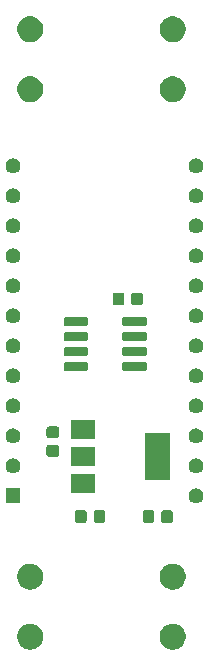
<source format=gbr>
G04 #@! TF.GenerationSoftware,KiCad,Pcbnew,5.1.4-e60b266~84~ubuntu18.04.1*
G04 #@! TF.CreationDate,2019-10-08T20:02:31-04:00*
G04 #@! TF.ProjectId,TSAL-driver,5453414c-2d64-4726-9976-65722e6b6963,rev?*
G04 #@! TF.SameCoordinates,Original*
G04 #@! TF.FileFunction,Soldermask,Top*
G04 #@! TF.FilePolarity,Negative*
%FSLAX46Y46*%
G04 Gerber Fmt 4.6, Leading zero omitted, Abs format (unit mm)*
G04 Created by KiCad (PCBNEW 5.1.4-e60b266~84~ubuntu18.04.1) date 2019-10-08 20:02:31*
%MOMM*%
%LPD*%
G04 APERTURE LIST*
%ADD10C,0.100000*%
G04 APERTURE END LIST*
D10*
G36*
X139914794Y-110680155D02*
G01*
X140021150Y-110701311D01*
X140121334Y-110742809D01*
X140221520Y-110784307D01*
X140401844Y-110904795D01*
X140555205Y-111058156D01*
X140675693Y-111238480D01*
X140758689Y-111438851D01*
X140801000Y-111651560D01*
X140801000Y-111868440D01*
X140758689Y-112081149D01*
X140675693Y-112281520D01*
X140555205Y-112461844D01*
X140401844Y-112615205D01*
X140221520Y-112735693D01*
X140121334Y-112777191D01*
X140021150Y-112818689D01*
X139914795Y-112839844D01*
X139808440Y-112861000D01*
X139591560Y-112861000D01*
X139485205Y-112839844D01*
X139378850Y-112818689D01*
X139278666Y-112777191D01*
X139178480Y-112735693D01*
X138998156Y-112615205D01*
X138844795Y-112461844D01*
X138724307Y-112281520D01*
X138641311Y-112081149D01*
X138599000Y-111868440D01*
X138599000Y-111651560D01*
X138641311Y-111438851D01*
X138724307Y-111238480D01*
X138844795Y-111058156D01*
X138998156Y-110904795D01*
X139178480Y-110784307D01*
X139278666Y-110742809D01*
X139378850Y-110701311D01*
X139485206Y-110680155D01*
X139591560Y-110659000D01*
X139808440Y-110659000D01*
X139914794Y-110680155D01*
X139914794Y-110680155D01*
G37*
G36*
X127849794Y-110680155D02*
G01*
X127956150Y-110701311D01*
X128056334Y-110742809D01*
X128156520Y-110784307D01*
X128336844Y-110904795D01*
X128490205Y-111058156D01*
X128610693Y-111238480D01*
X128693689Y-111438851D01*
X128736000Y-111651560D01*
X128736000Y-111868440D01*
X128693689Y-112081149D01*
X128610693Y-112281520D01*
X128490205Y-112461844D01*
X128336844Y-112615205D01*
X128156520Y-112735693D01*
X128056334Y-112777191D01*
X127956150Y-112818689D01*
X127849795Y-112839844D01*
X127743440Y-112861000D01*
X127526560Y-112861000D01*
X127420205Y-112839844D01*
X127313850Y-112818689D01*
X127213666Y-112777191D01*
X127113480Y-112735693D01*
X126933156Y-112615205D01*
X126779795Y-112461844D01*
X126659307Y-112281520D01*
X126576311Y-112081149D01*
X126534000Y-111868440D01*
X126534000Y-111651560D01*
X126576311Y-111438851D01*
X126659307Y-111238480D01*
X126779795Y-111058156D01*
X126933156Y-110904795D01*
X127113480Y-110784307D01*
X127213666Y-110742809D01*
X127313850Y-110701311D01*
X127420206Y-110680155D01*
X127526560Y-110659000D01*
X127743440Y-110659000D01*
X127849794Y-110680155D01*
X127849794Y-110680155D01*
G37*
G36*
X127849795Y-105600156D02*
G01*
X127956150Y-105621311D01*
X128056334Y-105662809D01*
X128156520Y-105704307D01*
X128336844Y-105824795D01*
X128490205Y-105978156D01*
X128610693Y-106158480D01*
X128693689Y-106358851D01*
X128736000Y-106571560D01*
X128736000Y-106788440D01*
X128693689Y-107001149D01*
X128610693Y-107201520D01*
X128490205Y-107381844D01*
X128336844Y-107535205D01*
X128156520Y-107655693D01*
X128056334Y-107697191D01*
X127956150Y-107738689D01*
X127849795Y-107759844D01*
X127743440Y-107781000D01*
X127526560Y-107781000D01*
X127420205Y-107759844D01*
X127313850Y-107738689D01*
X127113480Y-107655693D01*
X126933156Y-107535205D01*
X126779795Y-107381844D01*
X126659307Y-107201520D01*
X126576311Y-107001149D01*
X126534000Y-106788440D01*
X126534000Y-106571560D01*
X126576311Y-106358851D01*
X126659307Y-106158480D01*
X126779795Y-105978156D01*
X126933156Y-105824795D01*
X127113480Y-105704307D01*
X127313850Y-105621311D01*
X127420206Y-105600155D01*
X127526560Y-105579000D01*
X127743440Y-105579000D01*
X127849795Y-105600156D01*
X127849795Y-105600156D01*
G37*
G36*
X139914795Y-105600156D02*
G01*
X140021150Y-105621311D01*
X140121334Y-105662809D01*
X140221520Y-105704307D01*
X140401844Y-105824795D01*
X140555205Y-105978156D01*
X140675693Y-106158480D01*
X140758689Y-106358851D01*
X140801000Y-106571560D01*
X140801000Y-106788440D01*
X140758689Y-107001149D01*
X140675693Y-107201520D01*
X140555205Y-107381844D01*
X140401844Y-107535205D01*
X140221520Y-107655693D01*
X140121334Y-107697191D01*
X140021150Y-107738689D01*
X139914795Y-107759844D01*
X139808440Y-107781000D01*
X139591560Y-107781000D01*
X139485205Y-107759844D01*
X139378850Y-107738689D01*
X139178480Y-107655693D01*
X138998156Y-107535205D01*
X138844795Y-107381844D01*
X138724307Y-107201520D01*
X138641311Y-107001149D01*
X138599000Y-106788440D01*
X138599000Y-106571560D01*
X138641311Y-106358851D01*
X138724307Y-106158480D01*
X138844795Y-105978156D01*
X138998156Y-105824795D01*
X139178480Y-105704307D01*
X139378850Y-105621311D01*
X139485206Y-105600155D01*
X139591560Y-105579000D01*
X139808440Y-105579000D01*
X139914795Y-105600156D01*
X139914795Y-105600156D01*
G37*
G36*
X133844591Y-101078085D02*
G01*
X133878569Y-101088393D01*
X133909890Y-101105134D01*
X133937339Y-101127661D01*
X133959866Y-101155110D01*
X133976607Y-101186431D01*
X133986915Y-101220409D01*
X133991000Y-101261890D01*
X133991000Y-101938110D01*
X133986915Y-101979591D01*
X133976607Y-102013569D01*
X133959866Y-102044890D01*
X133937339Y-102072339D01*
X133909890Y-102094866D01*
X133878569Y-102111607D01*
X133844591Y-102121915D01*
X133803110Y-102126000D01*
X133201890Y-102126000D01*
X133160409Y-102121915D01*
X133126431Y-102111607D01*
X133095110Y-102094866D01*
X133067661Y-102072339D01*
X133045134Y-102044890D01*
X133028393Y-102013569D01*
X133018085Y-101979591D01*
X133014000Y-101938110D01*
X133014000Y-101261890D01*
X133018085Y-101220409D01*
X133028393Y-101186431D01*
X133045134Y-101155110D01*
X133067661Y-101127661D01*
X133095110Y-101105134D01*
X133126431Y-101088393D01*
X133160409Y-101078085D01*
X133201890Y-101074000D01*
X133803110Y-101074000D01*
X133844591Y-101078085D01*
X133844591Y-101078085D01*
G37*
G36*
X132269591Y-101078085D02*
G01*
X132303569Y-101088393D01*
X132334890Y-101105134D01*
X132362339Y-101127661D01*
X132384866Y-101155110D01*
X132401607Y-101186431D01*
X132411915Y-101220409D01*
X132416000Y-101261890D01*
X132416000Y-101938110D01*
X132411915Y-101979591D01*
X132401607Y-102013569D01*
X132384866Y-102044890D01*
X132362339Y-102072339D01*
X132334890Y-102094866D01*
X132303569Y-102111607D01*
X132269591Y-102121915D01*
X132228110Y-102126000D01*
X131626890Y-102126000D01*
X131585409Y-102121915D01*
X131551431Y-102111607D01*
X131520110Y-102094866D01*
X131492661Y-102072339D01*
X131470134Y-102044890D01*
X131453393Y-102013569D01*
X131443085Y-101979591D01*
X131439000Y-101938110D01*
X131439000Y-101261890D01*
X131443085Y-101220409D01*
X131453393Y-101186431D01*
X131470134Y-101155110D01*
X131492661Y-101127661D01*
X131520110Y-101105134D01*
X131551431Y-101088393D01*
X131585409Y-101078085D01*
X131626890Y-101074000D01*
X132228110Y-101074000D01*
X132269591Y-101078085D01*
X132269591Y-101078085D01*
G37*
G36*
X137984591Y-101078085D02*
G01*
X138018569Y-101088393D01*
X138049890Y-101105134D01*
X138077339Y-101127661D01*
X138099866Y-101155110D01*
X138116607Y-101186431D01*
X138126915Y-101220409D01*
X138131000Y-101261890D01*
X138131000Y-101938110D01*
X138126915Y-101979591D01*
X138116607Y-102013569D01*
X138099866Y-102044890D01*
X138077339Y-102072339D01*
X138049890Y-102094866D01*
X138018569Y-102111607D01*
X137984591Y-102121915D01*
X137943110Y-102126000D01*
X137341890Y-102126000D01*
X137300409Y-102121915D01*
X137266431Y-102111607D01*
X137235110Y-102094866D01*
X137207661Y-102072339D01*
X137185134Y-102044890D01*
X137168393Y-102013569D01*
X137158085Y-101979591D01*
X137154000Y-101938110D01*
X137154000Y-101261890D01*
X137158085Y-101220409D01*
X137168393Y-101186431D01*
X137185134Y-101155110D01*
X137207661Y-101127661D01*
X137235110Y-101105134D01*
X137266431Y-101088393D01*
X137300409Y-101078085D01*
X137341890Y-101074000D01*
X137943110Y-101074000D01*
X137984591Y-101078085D01*
X137984591Y-101078085D01*
G37*
G36*
X139559591Y-101078085D02*
G01*
X139593569Y-101088393D01*
X139624890Y-101105134D01*
X139652339Y-101127661D01*
X139674866Y-101155110D01*
X139691607Y-101186431D01*
X139701915Y-101220409D01*
X139706000Y-101261890D01*
X139706000Y-101938110D01*
X139701915Y-101979591D01*
X139691607Y-102013569D01*
X139674866Y-102044890D01*
X139652339Y-102072339D01*
X139624890Y-102094866D01*
X139593569Y-102111607D01*
X139559591Y-102121915D01*
X139518110Y-102126000D01*
X138916890Y-102126000D01*
X138875409Y-102121915D01*
X138841431Y-102111607D01*
X138810110Y-102094866D01*
X138782661Y-102072339D01*
X138760134Y-102044890D01*
X138743393Y-102013569D01*
X138733085Y-101979591D01*
X138729000Y-101938110D01*
X138729000Y-101261890D01*
X138733085Y-101220409D01*
X138743393Y-101186431D01*
X138760134Y-101155110D01*
X138782661Y-101127661D01*
X138810110Y-101105134D01*
X138841431Y-101088393D01*
X138875409Y-101078085D01*
X138916890Y-101074000D01*
X139518110Y-101074000D01*
X139559591Y-101078085D01*
X139559591Y-101078085D01*
G37*
G36*
X141853598Y-99243057D02*
G01*
X141967522Y-99290246D01*
X141967523Y-99290247D01*
X142070053Y-99358755D01*
X142157247Y-99445949D01*
X142157248Y-99445951D01*
X142225756Y-99548480D01*
X142272945Y-99662404D01*
X142297001Y-99783344D01*
X142297001Y-99906658D01*
X142272945Y-100027598D01*
X142225756Y-100141522D01*
X142225755Y-100141523D01*
X142157247Y-100244053D01*
X142070053Y-100331247D01*
X142018439Y-100365734D01*
X141967522Y-100399756D01*
X141853598Y-100446945D01*
X141732658Y-100471001D01*
X141609344Y-100471001D01*
X141488404Y-100446945D01*
X141374480Y-100399756D01*
X141323563Y-100365734D01*
X141271949Y-100331247D01*
X141184755Y-100244053D01*
X141116247Y-100141523D01*
X141116246Y-100141522D01*
X141069057Y-100027598D01*
X141045001Y-99906658D01*
X141045001Y-99783344D01*
X141069057Y-99662404D01*
X141116246Y-99548480D01*
X141184754Y-99445951D01*
X141184755Y-99445949D01*
X141271949Y-99358755D01*
X141374479Y-99290247D01*
X141374480Y-99290246D01*
X141488404Y-99243057D01*
X141609344Y-99219001D01*
X141732658Y-99219001D01*
X141853598Y-99243057D01*
X141853598Y-99243057D01*
G37*
G36*
X126802001Y-100471001D02*
G01*
X125550001Y-100471001D01*
X125550001Y-99219001D01*
X126802001Y-99219001D01*
X126802001Y-100471001D01*
X126802001Y-100471001D01*
G37*
G36*
X133156000Y-99621000D02*
G01*
X131054000Y-99621000D01*
X131054000Y-98019000D01*
X133156000Y-98019000D01*
X133156000Y-99621000D01*
X133156000Y-99621000D01*
G37*
G36*
X139456000Y-98471000D02*
G01*
X137354000Y-98471000D01*
X137354000Y-94569000D01*
X139456000Y-94569000D01*
X139456000Y-98471000D01*
X139456000Y-98471000D01*
G37*
G36*
X126358598Y-96703057D02*
G01*
X126472522Y-96750246D01*
X126472523Y-96750247D01*
X126575053Y-96818755D01*
X126662247Y-96905949D01*
X126662248Y-96905951D01*
X126730756Y-97008480D01*
X126777945Y-97122404D01*
X126802001Y-97243344D01*
X126802001Y-97366658D01*
X126777945Y-97487598D01*
X126730756Y-97601522D01*
X126730755Y-97601523D01*
X126662247Y-97704053D01*
X126575053Y-97791247D01*
X126523439Y-97825734D01*
X126472522Y-97859756D01*
X126358598Y-97906945D01*
X126237658Y-97931001D01*
X126114344Y-97931001D01*
X125993404Y-97906945D01*
X125879480Y-97859756D01*
X125828563Y-97825734D01*
X125776949Y-97791247D01*
X125689755Y-97704053D01*
X125621247Y-97601523D01*
X125621246Y-97601522D01*
X125574057Y-97487598D01*
X125550001Y-97366658D01*
X125550001Y-97243344D01*
X125574057Y-97122404D01*
X125621246Y-97008480D01*
X125689754Y-96905951D01*
X125689755Y-96905949D01*
X125776949Y-96818755D01*
X125879479Y-96750247D01*
X125879480Y-96750246D01*
X125993404Y-96703057D01*
X126114344Y-96679001D01*
X126237658Y-96679001D01*
X126358598Y-96703057D01*
X126358598Y-96703057D01*
G37*
G36*
X141853598Y-96703057D02*
G01*
X141967522Y-96750246D01*
X141967523Y-96750247D01*
X142070053Y-96818755D01*
X142157247Y-96905949D01*
X142157248Y-96905951D01*
X142225756Y-97008480D01*
X142272945Y-97122404D01*
X142297001Y-97243344D01*
X142297001Y-97366658D01*
X142272945Y-97487598D01*
X142225756Y-97601522D01*
X142225755Y-97601523D01*
X142157247Y-97704053D01*
X142070053Y-97791247D01*
X142018439Y-97825734D01*
X141967522Y-97859756D01*
X141853598Y-97906945D01*
X141732658Y-97931001D01*
X141609344Y-97931001D01*
X141488404Y-97906945D01*
X141374480Y-97859756D01*
X141323563Y-97825734D01*
X141271949Y-97791247D01*
X141184755Y-97704053D01*
X141116247Y-97601523D01*
X141116246Y-97601522D01*
X141069057Y-97487598D01*
X141045001Y-97366658D01*
X141045001Y-97243344D01*
X141069057Y-97122404D01*
X141116246Y-97008480D01*
X141184754Y-96905951D01*
X141184755Y-96905949D01*
X141271949Y-96818755D01*
X141374479Y-96750247D01*
X141374480Y-96750246D01*
X141488404Y-96703057D01*
X141609344Y-96679001D01*
X141732658Y-96679001D01*
X141853598Y-96703057D01*
X141853598Y-96703057D01*
G37*
G36*
X133156000Y-97321000D02*
G01*
X131054000Y-97321000D01*
X131054000Y-95719000D01*
X133156000Y-95719000D01*
X133156000Y-97321000D01*
X133156000Y-97321000D01*
G37*
G36*
X129919591Y-95553085D02*
G01*
X129953569Y-95563393D01*
X129984890Y-95580134D01*
X130012339Y-95602661D01*
X130034866Y-95630110D01*
X130051607Y-95661431D01*
X130061915Y-95695409D01*
X130066000Y-95736890D01*
X130066000Y-96338110D01*
X130061915Y-96379591D01*
X130051607Y-96413569D01*
X130034866Y-96444890D01*
X130012339Y-96472339D01*
X129984890Y-96494866D01*
X129953569Y-96511607D01*
X129919591Y-96521915D01*
X129878110Y-96526000D01*
X129201890Y-96526000D01*
X129160409Y-96521915D01*
X129126431Y-96511607D01*
X129095110Y-96494866D01*
X129067661Y-96472339D01*
X129045134Y-96444890D01*
X129028393Y-96413569D01*
X129018085Y-96379591D01*
X129014000Y-96338110D01*
X129014000Y-95736890D01*
X129018085Y-95695409D01*
X129028393Y-95661431D01*
X129045134Y-95630110D01*
X129067661Y-95602661D01*
X129095110Y-95580134D01*
X129126431Y-95563393D01*
X129160409Y-95553085D01*
X129201890Y-95549000D01*
X129878110Y-95549000D01*
X129919591Y-95553085D01*
X129919591Y-95553085D01*
G37*
G36*
X126358598Y-94163057D02*
G01*
X126472522Y-94210246D01*
X126523439Y-94244268D01*
X126575053Y-94278755D01*
X126662247Y-94365949D01*
X126662248Y-94365951D01*
X126730756Y-94468480D01*
X126777945Y-94582404D01*
X126802001Y-94703344D01*
X126802001Y-94826658D01*
X126777945Y-94947598D01*
X126730756Y-95061522D01*
X126730755Y-95061523D01*
X126662247Y-95164053D01*
X126575053Y-95251247D01*
X126523439Y-95285734D01*
X126472522Y-95319756D01*
X126358598Y-95366945D01*
X126237658Y-95391001D01*
X126114344Y-95391001D01*
X125993404Y-95366945D01*
X125879480Y-95319756D01*
X125828563Y-95285734D01*
X125776949Y-95251247D01*
X125689755Y-95164053D01*
X125621247Y-95061523D01*
X125621246Y-95061522D01*
X125574057Y-94947598D01*
X125550001Y-94826658D01*
X125550001Y-94703344D01*
X125574057Y-94582404D01*
X125621246Y-94468480D01*
X125689754Y-94365951D01*
X125689755Y-94365949D01*
X125776949Y-94278755D01*
X125828563Y-94244268D01*
X125879480Y-94210246D01*
X125993404Y-94163057D01*
X126114344Y-94139001D01*
X126237658Y-94139001D01*
X126358598Y-94163057D01*
X126358598Y-94163057D01*
G37*
G36*
X141853598Y-94163057D02*
G01*
X141967522Y-94210246D01*
X142018439Y-94244268D01*
X142070053Y-94278755D01*
X142157247Y-94365949D01*
X142157248Y-94365951D01*
X142225756Y-94468480D01*
X142272945Y-94582404D01*
X142297001Y-94703344D01*
X142297001Y-94826658D01*
X142272945Y-94947598D01*
X142225756Y-95061522D01*
X142225755Y-95061523D01*
X142157247Y-95164053D01*
X142070053Y-95251247D01*
X142018439Y-95285734D01*
X141967522Y-95319756D01*
X141853598Y-95366945D01*
X141732658Y-95391001D01*
X141609344Y-95391001D01*
X141488404Y-95366945D01*
X141374480Y-95319756D01*
X141323563Y-95285734D01*
X141271949Y-95251247D01*
X141184755Y-95164053D01*
X141116247Y-95061523D01*
X141116246Y-95061522D01*
X141069057Y-94947598D01*
X141045001Y-94826658D01*
X141045001Y-94703344D01*
X141069057Y-94582404D01*
X141116246Y-94468480D01*
X141184754Y-94365951D01*
X141184755Y-94365949D01*
X141271949Y-94278755D01*
X141323563Y-94244268D01*
X141374480Y-94210246D01*
X141488404Y-94163057D01*
X141609344Y-94139001D01*
X141732658Y-94139001D01*
X141853598Y-94163057D01*
X141853598Y-94163057D01*
G37*
G36*
X133156000Y-95021000D02*
G01*
X131054000Y-95021000D01*
X131054000Y-93419000D01*
X133156000Y-93419000D01*
X133156000Y-95021000D01*
X133156000Y-95021000D01*
G37*
G36*
X129919591Y-93978085D02*
G01*
X129953569Y-93988393D01*
X129984890Y-94005134D01*
X130012339Y-94027661D01*
X130034866Y-94055110D01*
X130051607Y-94086431D01*
X130061915Y-94120409D01*
X130066000Y-94161890D01*
X130066000Y-94763110D01*
X130061915Y-94804591D01*
X130051607Y-94838569D01*
X130034866Y-94869890D01*
X130012339Y-94897339D01*
X129984890Y-94919866D01*
X129953569Y-94936607D01*
X129919591Y-94946915D01*
X129878110Y-94951000D01*
X129201890Y-94951000D01*
X129160409Y-94946915D01*
X129126431Y-94936607D01*
X129095110Y-94919866D01*
X129067661Y-94897339D01*
X129045134Y-94869890D01*
X129028393Y-94838569D01*
X129018085Y-94804591D01*
X129014000Y-94763110D01*
X129014000Y-94161890D01*
X129018085Y-94120409D01*
X129028393Y-94086431D01*
X129045134Y-94055110D01*
X129067661Y-94027661D01*
X129095110Y-94005134D01*
X129126431Y-93988393D01*
X129160409Y-93978085D01*
X129201890Y-93974000D01*
X129878110Y-93974000D01*
X129919591Y-93978085D01*
X129919591Y-93978085D01*
G37*
G36*
X126358598Y-91623057D02*
G01*
X126472522Y-91670246D01*
X126472523Y-91670247D01*
X126575053Y-91738755D01*
X126662247Y-91825949D01*
X126662248Y-91825951D01*
X126730756Y-91928480D01*
X126777945Y-92042404D01*
X126802001Y-92163344D01*
X126802001Y-92286658D01*
X126777945Y-92407598D01*
X126730756Y-92521522D01*
X126730755Y-92521523D01*
X126662247Y-92624053D01*
X126575053Y-92711247D01*
X126523439Y-92745734D01*
X126472522Y-92779756D01*
X126358598Y-92826945D01*
X126237658Y-92851001D01*
X126114344Y-92851001D01*
X125993404Y-92826945D01*
X125879480Y-92779756D01*
X125828563Y-92745734D01*
X125776949Y-92711247D01*
X125689755Y-92624053D01*
X125621247Y-92521523D01*
X125621246Y-92521522D01*
X125574057Y-92407598D01*
X125550001Y-92286658D01*
X125550001Y-92163344D01*
X125574057Y-92042404D01*
X125621246Y-91928480D01*
X125689754Y-91825951D01*
X125689755Y-91825949D01*
X125776949Y-91738755D01*
X125879479Y-91670247D01*
X125879480Y-91670246D01*
X125993404Y-91623057D01*
X126114344Y-91599001D01*
X126237658Y-91599001D01*
X126358598Y-91623057D01*
X126358598Y-91623057D01*
G37*
G36*
X141853598Y-91623057D02*
G01*
X141967522Y-91670246D01*
X141967523Y-91670247D01*
X142070053Y-91738755D01*
X142157247Y-91825949D01*
X142157248Y-91825951D01*
X142225756Y-91928480D01*
X142272945Y-92042404D01*
X142297001Y-92163344D01*
X142297001Y-92286658D01*
X142272945Y-92407598D01*
X142225756Y-92521522D01*
X142225755Y-92521523D01*
X142157247Y-92624053D01*
X142070053Y-92711247D01*
X142018439Y-92745734D01*
X141967522Y-92779756D01*
X141853598Y-92826945D01*
X141732658Y-92851001D01*
X141609344Y-92851001D01*
X141488404Y-92826945D01*
X141374480Y-92779756D01*
X141323563Y-92745734D01*
X141271949Y-92711247D01*
X141184755Y-92624053D01*
X141116247Y-92521523D01*
X141116246Y-92521522D01*
X141069057Y-92407598D01*
X141045001Y-92286658D01*
X141045001Y-92163344D01*
X141069057Y-92042404D01*
X141116246Y-91928480D01*
X141184754Y-91825951D01*
X141184755Y-91825949D01*
X141271949Y-91738755D01*
X141374479Y-91670247D01*
X141374480Y-91670246D01*
X141488404Y-91623057D01*
X141609344Y-91599001D01*
X141732658Y-91599001D01*
X141853598Y-91623057D01*
X141853598Y-91623057D01*
G37*
G36*
X141853598Y-89083057D02*
G01*
X141967522Y-89130246D01*
X141986102Y-89142661D01*
X142070053Y-89198755D01*
X142157247Y-89285949D01*
X142157248Y-89285951D01*
X142225756Y-89388480D01*
X142272945Y-89502404D01*
X142297001Y-89623344D01*
X142297001Y-89746658D01*
X142272945Y-89867598D01*
X142225756Y-89981522D01*
X142225755Y-89981523D01*
X142157247Y-90084053D01*
X142070053Y-90171247D01*
X142018439Y-90205734D01*
X141967522Y-90239756D01*
X141853598Y-90286945D01*
X141732658Y-90311001D01*
X141609344Y-90311001D01*
X141488404Y-90286945D01*
X141374480Y-90239756D01*
X141323563Y-90205734D01*
X141271949Y-90171247D01*
X141184755Y-90084053D01*
X141116247Y-89981523D01*
X141116246Y-89981522D01*
X141069057Y-89867598D01*
X141045001Y-89746658D01*
X141045001Y-89623344D01*
X141069057Y-89502404D01*
X141116246Y-89388480D01*
X141184754Y-89285951D01*
X141184755Y-89285949D01*
X141271949Y-89198755D01*
X141355900Y-89142661D01*
X141374480Y-89130246D01*
X141488404Y-89083057D01*
X141609344Y-89059001D01*
X141732658Y-89059001D01*
X141853598Y-89083057D01*
X141853598Y-89083057D01*
G37*
G36*
X126358598Y-89083057D02*
G01*
X126472522Y-89130246D01*
X126491102Y-89142661D01*
X126575053Y-89198755D01*
X126662247Y-89285949D01*
X126662248Y-89285951D01*
X126730756Y-89388480D01*
X126777945Y-89502404D01*
X126802001Y-89623344D01*
X126802001Y-89746658D01*
X126777945Y-89867598D01*
X126730756Y-89981522D01*
X126730755Y-89981523D01*
X126662247Y-90084053D01*
X126575053Y-90171247D01*
X126523439Y-90205734D01*
X126472522Y-90239756D01*
X126358598Y-90286945D01*
X126237658Y-90311001D01*
X126114344Y-90311001D01*
X125993404Y-90286945D01*
X125879480Y-90239756D01*
X125828563Y-90205734D01*
X125776949Y-90171247D01*
X125689755Y-90084053D01*
X125621247Y-89981523D01*
X125621246Y-89981522D01*
X125574057Y-89867598D01*
X125550001Y-89746658D01*
X125550001Y-89623344D01*
X125574057Y-89502404D01*
X125621246Y-89388480D01*
X125689754Y-89285951D01*
X125689755Y-89285949D01*
X125776949Y-89198755D01*
X125860900Y-89142661D01*
X125879480Y-89130246D01*
X125993404Y-89083057D01*
X126114344Y-89059001D01*
X126237658Y-89059001D01*
X126358598Y-89083057D01*
X126358598Y-89083057D01*
G37*
G36*
X132444928Y-88551764D02*
G01*
X132466009Y-88558160D01*
X132485445Y-88568548D01*
X132502476Y-88582524D01*
X132516452Y-88599555D01*
X132526840Y-88618991D01*
X132533236Y-88640072D01*
X132536000Y-88668140D01*
X132536000Y-89131860D01*
X132533236Y-89159928D01*
X132526840Y-89181009D01*
X132516452Y-89200445D01*
X132502476Y-89217476D01*
X132485445Y-89231452D01*
X132466009Y-89241840D01*
X132444928Y-89248236D01*
X132416860Y-89251000D01*
X130603140Y-89251000D01*
X130575072Y-89248236D01*
X130553991Y-89241840D01*
X130534555Y-89231452D01*
X130517524Y-89217476D01*
X130503548Y-89200445D01*
X130493160Y-89181009D01*
X130486764Y-89159928D01*
X130484000Y-89131860D01*
X130484000Y-88668140D01*
X130486764Y-88640072D01*
X130493160Y-88618991D01*
X130503548Y-88599555D01*
X130517524Y-88582524D01*
X130534555Y-88568548D01*
X130553991Y-88558160D01*
X130575072Y-88551764D01*
X130603140Y-88549000D01*
X132416860Y-88549000D01*
X132444928Y-88551764D01*
X132444928Y-88551764D01*
G37*
G36*
X137394928Y-88551764D02*
G01*
X137416009Y-88558160D01*
X137435445Y-88568548D01*
X137452476Y-88582524D01*
X137466452Y-88599555D01*
X137476840Y-88618991D01*
X137483236Y-88640072D01*
X137486000Y-88668140D01*
X137486000Y-89131860D01*
X137483236Y-89159928D01*
X137476840Y-89181009D01*
X137466452Y-89200445D01*
X137452476Y-89217476D01*
X137435445Y-89231452D01*
X137416009Y-89241840D01*
X137394928Y-89248236D01*
X137366860Y-89251000D01*
X135553140Y-89251000D01*
X135525072Y-89248236D01*
X135503991Y-89241840D01*
X135484555Y-89231452D01*
X135467524Y-89217476D01*
X135453548Y-89200445D01*
X135443160Y-89181009D01*
X135436764Y-89159928D01*
X135434000Y-89131860D01*
X135434000Y-88668140D01*
X135436764Y-88640072D01*
X135443160Y-88618991D01*
X135453548Y-88599555D01*
X135467524Y-88582524D01*
X135484555Y-88568548D01*
X135503991Y-88558160D01*
X135525072Y-88551764D01*
X135553140Y-88549000D01*
X137366860Y-88549000D01*
X137394928Y-88551764D01*
X137394928Y-88551764D01*
G37*
G36*
X132444928Y-87281764D02*
G01*
X132466009Y-87288160D01*
X132485445Y-87298548D01*
X132502476Y-87312524D01*
X132516452Y-87329555D01*
X132526840Y-87348991D01*
X132533236Y-87370072D01*
X132536000Y-87398140D01*
X132536000Y-87861860D01*
X132533236Y-87889928D01*
X132526840Y-87911009D01*
X132516452Y-87930445D01*
X132502476Y-87947476D01*
X132485445Y-87961452D01*
X132466009Y-87971840D01*
X132444928Y-87978236D01*
X132416860Y-87981000D01*
X130603140Y-87981000D01*
X130575072Y-87978236D01*
X130553991Y-87971840D01*
X130534555Y-87961452D01*
X130517524Y-87947476D01*
X130503548Y-87930445D01*
X130493160Y-87911009D01*
X130486764Y-87889928D01*
X130484000Y-87861860D01*
X130484000Y-87398140D01*
X130486764Y-87370072D01*
X130493160Y-87348991D01*
X130503548Y-87329555D01*
X130517524Y-87312524D01*
X130534555Y-87298548D01*
X130553991Y-87288160D01*
X130575072Y-87281764D01*
X130603140Y-87279000D01*
X132416860Y-87279000D01*
X132444928Y-87281764D01*
X132444928Y-87281764D01*
G37*
G36*
X137394928Y-87281764D02*
G01*
X137416009Y-87288160D01*
X137435445Y-87298548D01*
X137452476Y-87312524D01*
X137466452Y-87329555D01*
X137476840Y-87348991D01*
X137483236Y-87370072D01*
X137486000Y-87398140D01*
X137486000Y-87861860D01*
X137483236Y-87889928D01*
X137476840Y-87911009D01*
X137466452Y-87930445D01*
X137452476Y-87947476D01*
X137435445Y-87961452D01*
X137416009Y-87971840D01*
X137394928Y-87978236D01*
X137366860Y-87981000D01*
X135553140Y-87981000D01*
X135525072Y-87978236D01*
X135503991Y-87971840D01*
X135484555Y-87961452D01*
X135467524Y-87947476D01*
X135453548Y-87930445D01*
X135443160Y-87911009D01*
X135436764Y-87889928D01*
X135434000Y-87861860D01*
X135434000Y-87398140D01*
X135436764Y-87370072D01*
X135443160Y-87348991D01*
X135453548Y-87329555D01*
X135467524Y-87312524D01*
X135484555Y-87298548D01*
X135503991Y-87288160D01*
X135525072Y-87281764D01*
X135553140Y-87279000D01*
X137366860Y-87279000D01*
X137394928Y-87281764D01*
X137394928Y-87281764D01*
G37*
G36*
X126358598Y-86543057D02*
G01*
X126472522Y-86590246D01*
X126491102Y-86602661D01*
X126575053Y-86658755D01*
X126662247Y-86745949D01*
X126662248Y-86745951D01*
X126730756Y-86848480D01*
X126777945Y-86962404D01*
X126802001Y-87083344D01*
X126802001Y-87206658D01*
X126777945Y-87327598D01*
X126730756Y-87441522D01*
X126730755Y-87441523D01*
X126662247Y-87544053D01*
X126575053Y-87631247D01*
X126523439Y-87665734D01*
X126472522Y-87699756D01*
X126358598Y-87746945D01*
X126237658Y-87771001D01*
X126114344Y-87771001D01*
X125993404Y-87746945D01*
X125879480Y-87699756D01*
X125828563Y-87665734D01*
X125776949Y-87631247D01*
X125689755Y-87544053D01*
X125621247Y-87441523D01*
X125621246Y-87441522D01*
X125574057Y-87327598D01*
X125550001Y-87206658D01*
X125550001Y-87083344D01*
X125574057Y-86962404D01*
X125621246Y-86848480D01*
X125689754Y-86745951D01*
X125689755Y-86745949D01*
X125776949Y-86658755D01*
X125860900Y-86602661D01*
X125879480Y-86590246D01*
X125993404Y-86543057D01*
X126114344Y-86519001D01*
X126237658Y-86519001D01*
X126358598Y-86543057D01*
X126358598Y-86543057D01*
G37*
G36*
X141853598Y-86543057D02*
G01*
X141967522Y-86590246D01*
X141986102Y-86602661D01*
X142070053Y-86658755D01*
X142157247Y-86745949D01*
X142157248Y-86745951D01*
X142225756Y-86848480D01*
X142272945Y-86962404D01*
X142297001Y-87083344D01*
X142297001Y-87206658D01*
X142272945Y-87327598D01*
X142225756Y-87441522D01*
X142225755Y-87441523D01*
X142157247Y-87544053D01*
X142070053Y-87631247D01*
X142018439Y-87665734D01*
X141967522Y-87699756D01*
X141853598Y-87746945D01*
X141732658Y-87771001D01*
X141609344Y-87771001D01*
X141488404Y-87746945D01*
X141374480Y-87699756D01*
X141323563Y-87665734D01*
X141271949Y-87631247D01*
X141184755Y-87544053D01*
X141116247Y-87441523D01*
X141116246Y-87441522D01*
X141069057Y-87327598D01*
X141045001Y-87206658D01*
X141045001Y-87083344D01*
X141069057Y-86962404D01*
X141116246Y-86848480D01*
X141184754Y-86745951D01*
X141184755Y-86745949D01*
X141271949Y-86658755D01*
X141355900Y-86602661D01*
X141374480Y-86590246D01*
X141488404Y-86543057D01*
X141609344Y-86519001D01*
X141732658Y-86519001D01*
X141853598Y-86543057D01*
X141853598Y-86543057D01*
G37*
G36*
X132444928Y-86011764D02*
G01*
X132466009Y-86018160D01*
X132485445Y-86028548D01*
X132502476Y-86042524D01*
X132516452Y-86059555D01*
X132526840Y-86078991D01*
X132533236Y-86100072D01*
X132536000Y-86128140D01*
X132536000Y-86591860D01*
X132533236Y-86619928D01*
X132526840Y-86641009D01*
X132516452Y-86660445D01*
X132502476Y-86677476D01*
X132485445Y-86691452D01*
X132466009Y-86701840D01*
X132444928Y-86708236D01*
X132416860Y-86711000D01*
X130603140Y-86711000D01*
X130575072Y-86708236D01*
X130553991Y-86701840D01*
X130534555Y-86691452D01*
X130517524Y-86677476D01*
X130503548Y-86660445D01*
X130493160Y-86641009D01*
X130486764Y-86619928D01*
X130484000Y-86591860D01*
X130484000Y-86128140D01*
X130486764Y-86100072D01*
X130493160Y-86078991D01*
X130503548Y-86059555D01*
X130517524Y-86042524D01*
X130534555Y-86028548D01*
X130553991Y-86018160D01*
X130575072Y-86011764D01*
X130603140Y-86009000D01*
X132416860Y-86009000D01*
X132444928Y-86011764D01*
X132444928Y-86011764D01*
G37*
G36*
X137394928Y-86011764D02*
G01*
X137416009Y-86018160D01*
X137435445Y-86028548D01*
X137452476Y-86042524D01*
X137466452Y-86059555D01*
X137476840Y-86078991D01*
X137483236Y-86100072D01*
X137486000Y-86128140D01*
X137486000Y-86591860D01*
X137483236Y-86619928D01*
X137476840Y-86641009D01*
X137466452Y-86660445D01*
X137452476Y-86677476D01*
X137435445Y-86691452D01*
X137416009Y-86701840D01*
X137394928Y-86708236D01*
X137366860Y-86711000D01*
X135553140Y-86711000D01*
X135525072Y-86708236D01*
X135503991Y-86701840D01*
X135484555Y-86691452D01*
X135467524Y-86677476D01*
X135453548Y-86660445D01*
X135443160Y-86641009D01*
X135436764Y-86619928D01*
X135434000Y-86591860D01*
X135434000Y-86128140D01*
X135436764Y-86100072D01*
X135443160Y-86078991D01*
X135453548Y-86059555D01*
X135467524Y-86042524D01*
X135484555Y-86028548D01*
X135503991Y-86018160D01*
X135525072Y-86011764D01*
X135553140Y-86009000D01*
X137366860Y-86009000D01*
X137394928Y-86011764D01*
X137394928Y-86011764D01*
G37*
G36*
X137394928Y-84741764D02*
G01*
X137416009Y-84748160D01*
X137435445Y-84758548D01*
X137452476Y-84772524D01*
X137466452Y-84789555D01*
X137476840Y-84808991D01*
X137483236Y-84830072D01*
X137486000Y-84858140D01*
X137486000Y-85321860D01*
X137483236Y-85349928D01*
X137476840Y-85371009D01*
X137466452Y-85390445D01*
X137452476Y-85407476D01*
X137435445Y-85421452D01*
X137416009Y-85431840D01*
X137394928Y-85438236D01*
X137366860Y-85441000D01*
X135553140Y-85441000D01*
X135525072Y-85438236D01*
X135503991Y-85431840D01*
X135484555Y-85421452D01*
X135467524Y-85407476D01*
X135453548Y-85390445D01*
X135443160Y-85371009D01*
X135436764Y-85349928D01*
X135434000Y-85321860D01*
X135434000Y-84858140D01*
X135436764Y-84830072D01*
X135443160Y-84808991D01*
X135453548Y-84789555D01*
X135467524Y-84772524D01*
X135484555Y-84758548D01*
X135503991Y-84748160D01*
X135525072Y-84741764D01*
X135553140Y-84739000D01*
X137366860Y-84739000D01*
X137394928Y-84741764D01*
X137394928Y-84741764D01*
G37*
G36*
X132444928Y-84741764D02*
G01*
X132466009Y-84748160D01*
X132485445Y-84758548D01*
X132502476Y-84772524D01*
X132516452Y-84789555D01*
X132526840Y-84808991D01*
X132533236Y-84830072D01*
X132536000Y-84858140D01*
X132536000Y-85321860D01*
X132533236Y-85349928D01*
X132526840Y-85371009D01*
X132516452Y-85390445D01*
X132502476Y-85407476D01*
X132485445Y-85421452D01*
X132466009Y-85431840D01*
X132444928Y-85438236D01*
X132416860Y-85441000D01*
X130603140Y-85441000D01*
X130575072Y-85438236D01*
X130553991Y-85431840D01*
X130534555Y-85421452D01*
X130517524Y-85407476D01*
X130503548Y-85390445D01*
X130493160Y-85371009D01*
X130486764Y-85349928D01*
X130484000Y-85321860D01*
X130484000Y-84858140D01*
X130486764Y-84830072D01*
X130493160Y-84808991D01*
X130503548Y-84789555D01*
X130517524Y-84772524D01*
X130534555Y-84758548D01*
X130553991Y-84748160D01*
X130575072Y-84741764D01*
X130603140Y-84739000D01*
X132416860Y-84739000D01*
X132444928Y-84741764D01*
X132444928Y-84741764D01*
G37*
G36*
X141853598Y-84003057D02*
G01*
X141967522Y-84050246D01*
X141967523Y-84050247D01*
X142070053Y-84118755D01*
X142157247Y-84205949D01*
X142157248Y-84205951D01*
X142225756Y-84308480D01*
X142272945Y-84422404D01*
X142297001Y-84543344D01*
X142297001Y-84666658D01*
X142272945Y-84787598D01*
X142225756Y-84901522D01*
X142225755Y-84901523D01*
X142157247Y-85004053D01*
X142070053Y-85091247D01*
X142018439Y-85125734D01*
X141967522Y-85159756D01*
X141853598Y-85206945D01*
X141732658Y-85231001D01*
X141609344Y-85231001D01*
X141488404Y-85206945D01*
X141374480Y-85159756D01*
X141323563Y-85125734D01*
X141271949Y-85091247D01*
X141184755Y-85004053D01*
X141116247Y-84901523D01*
X141116246Y-84901522D01*
X141069057Y-84787598D01*
X141045001Y-84666658D01*
X141045001Y-84543344D01*
X141069057Y-84422404D01*
X141116246Y-84308480D01*
X141184754Y-84205951D01*
X141184755Y-84205949D01*
X141271949Y-84118755D01*
X141374479Y-84050247D01*
X141374480Y-84050246D01*
X141488404Y-84003057D01*
X141609344Y-83979001D01*
X141732658Y-83979001D01*
X141853598Y-84003057D01*
X141853598Y-84003057D01*
G37*
G36*
X126358598Y-84003057D02*
G01*
X126472522Y-84050246D01*
X126472523Y-84050247D01*
X126575053Y-84118755D01*
X126662247Y-84205949D01*
X126662248Y-84205951D01*
X126730756Y-84308480D01*
X126777945Y-84422404D01*
X126802001Y-84543344D01*
X126802001Y-84666658D01*
X126777945Y-84787598D01*
X126730756Y-84901522D01*
X126730755Y-84901523D01*
X126662247Y-85004053D01*
X126575053Y-85091247D01*
X126523439Y-85125734D01*
X126472522Y-85159756D01*
X126358598Y-85206945D01*
X126237658Y-85231001D01*
X126114344Y-85231001D01*
X125993404Y-85206945D01*
X125879480Y-85159756D01*
X125828563Y-85125734D01*
X125776949Y-85091247D01*
X125689755Y-85004053D01*
X125621247Y-84901523D01*
X125621246Y-84901522D01*
X125574057Y-84787598D01*
X125550001Y-84666658D01*
X125550001Y-84543344D01*
X125574057Y-84422404D01*
X125621246Y-84308480D01*
X125689754Y-84205951D01*
X125689755Y-84205949D01*
X125776949Y-84118755D01*
X125879479Y-84050247D01*
X125879480Y-84050246D01*
X125993404Y-84003057D01*
X126114344Y-83979001D01*
X126237658Y-83979001D01*
X126358598Y-84003057D01*
X126358598Y-84003057D01*
G37*
G36*
X137019591Y-82663085D02*
G01*
X137053569Y-82673393D01*
X137084890Y-82690134D01*
X137112339Y-82712661D01*
X137134866Y-82740110D01*
X137151607Y-82771431D01*
X137161915Y-82805409D01*
X137166000Y-82846890D01*
X137166000Y-83523110D01*
X137161915Y-83564591D01*
X137151607Y-83598569D01*
X137134866Y-83629890D01*
X137112339Y-83657339D01*
X137084890Y-83679866D01*
X137053569Y-83696607D01*
X137019591Y-83706915D01*
X136978110Y-83711000D01*
X136376890Y-83711000D01*
X136335409Y-83706915D01*
X136301431Y-83696607D01*
X136270110Y-83679866D01*
X136242661Y-83657339D01*
X136220134Y-83629890D01*
X136203393Y-83598569D01*
X136193085Y-83564591D01*
X136189000Y-83523110D01*
X136189000Y-82846890D01*
X136193085Y-82805409D01*
X136203393Y-82771431D01*
X136220134Y-82740110D01*
X136242661Y-82712661D01*
X136270110Y-82690134D01*
X136301431Y-82673393D01*
X136335409Y-82663085D01*
X136376890Y-82659000D01*
X136978110Y-82659000D01*
X137019591Y-82663085D01*
X137019591Y-82663085D01*
G37*
G36*
X135444591Y-82663085D02*
G01*
X135478569Y-82673393D01*
X135509890Y-82690134D01*
X135537339Y-82712661D01*
X135559866Y-82740110D01*
X135576607Y-82771431D01*
X135586915Y-82805409D01*
X135591000Y-82846890D01*
X135591000Y-83523110D01*
X135586915Y-83564591D01*
X135576607Y-83598569D01*
X135559866Y-83629890D01*
X135537339Y-83657339D01*
X135509890Y-83679866D01*
X135478569Y-83696607D01*
X135444591Y-83706915D01*
X135403110Y-83711000D01*
X134801890Y-83711000D01*
X134760409Y-83706915D01*
X134726431Y-83696607D01*
X134695110Y-83679866D01*
X134667661Y-83657339D01*
X134645134Y-83629890D01*
X134628393Y-83598569D01*
X134618085Y-83564591D01*
X134614000Y-83523110D01*
X134614000Y-82846890D01*
X134618085Y-82805409D01*
X134628393Y-82771431D01*
X134645134Y-82740110D01*
X134667661Y-82712661D01*
X134695110Y-82690134D01*
X134726431Y-82673393D01*
X134760409Y-82663085D01*
X134801890Y-82659000D01*
X135403110Y-82659000D01*
X135444591Y-82663085D01*
X135444591Y-82663085D01*
G37*
G36*
X141853598Y-81463057D02*
G01*
X141967522Y-81510246D01*
X141967523Y-81510247D01*
X142070053Y-81578755D01*
X142157247Y-81665949D01*
X142157248Y-81665951D01*
X142225756Y-81768480D01*
X142272945Y-81882404D01*
X142297001Y-82003344D01*
X142297001Y-82126658D01*
X142272945Y-82247598D01*
X142225756Y-82361522D01*
X142225755Y-82361523D01*
X142157247Y-82464053D01*
X142070053Y-82551247D01*
X142018439Y-82585734D01*
X141967522Y-82619756D01*
X141853598Y-82666945D01*
X141732658Y-82691001D01*
X141609344Y-82691001D01*
X141488404Y-82666945D01*
X141374480Y-82619756D01*
X141323563Y-82585734D01*
X141271949Y-82551247D01*
X141184755Y-82464053D01*
X141116247Y-82361523D01*
X141116246Y-82361522D01*
X141069057Y-82247598D01*
X141045001Y-82126658D01*
X141045001Y-82003344D01*
X141069057Y-81882404D01*
X141116246Y-81768480D01*
X141184754Y-81665951D01*
X141184755Y-81665949D01*
X141271949Y-81578755D01*
X141374479Y-81510247D01*
X141374480Y-81510246D01*
X141488404Y-81463057D01*
X141609344Y-81439001D01*
X141732658Y-81439001D01*
X141853598Y-81463057D01*
X141853598Y-81463057D01*
G37*
G36*
X126358598Y-81463057D02*
G01*
X126472522Y-81510246D01*
X126472523Y-81510247D01*
X126575053Y-81578755D01*
X126662247Y-81665949D01*
X126662248Y-81665951D01*
X126730756Y-81768480D01*
X126777945Y-81882404D01*
X126802001Y-82003344D01*
X126802001Y-82126658D01*
X126777945Y-82247598D01*
X126730756Y-82361522D01*
X126730755Y-82361523D01*
X126662247Y-82464053D01*
X126575053Y-82551247D01*
X126523439Y-82585734D01*
X126472522Y-82619756D01*
X126358598Y-82666945D01*
X126237658Y-82691001D01*
X126114344Y-82691001D01*
X125993404Y-82666945D01*
X125879480Y-82619756D01*
X125828563Y-82585734D01*
X125776949Y-82551247D01*
X125689755Y-82464053D01*
X125621247Y-82361523D01*
X125621246Y-82361522D01*
X125574057Y-82247598D01*
X125550001Y-82126658D01*
X125550001Y-82003344D01*
X125574057Y-81882404D01*
X125621246Y-81768480D01*
X125689754Y-81665951D01*
X125689755Y-81665949D01*
X125776949Y-81578755D01*
X125879479Y-81510247D01*
X125879480Y-81510246D01*
X125993404Y-81463057D01*
X126114344Y-81439001D01*
X126237658Y-81439001D01*
X126358598Y-81463057D01*
X126358598Y-81463057D01*
G37*
G36*
X126358598Y-78923057D02*
G01*
X126472522Y-78970246D01*
X126472523Y-78970247D01*
X126575053Y-79038755D01*
X126662247Y-79125949D01*
X126662248Y-79125951D01*
X126730756Y-79228480D01*
X126777945Y-79342404D01*
X126802001Y-79463344D01*
X126802001Y-79586658D01*
X126777945Y-79707598D01*
X126730756Y-79821522D01*
X126730755Y-79821523D01*
X126662247Y-79924053D01*
X126575053Y-80011247D01*
X126523439Y-80045734D01*
X126472522Y-80079756D01*
X126358598Y-80126945D01*
X126237658Y-80151001D01*
X126114344Y-80151001D01*
X125993404Y-80126945D01*
X125879480Y-80079756D01*
X125828563Y-80045734D01*
X125776949Y-80011247D01*
X125689755Y-79924053D01*
X125621247Y-79821523D01*
X125621246Y-79821522D01*
X125574057Y-79707598D01*
X125550001Y-79586658D01*
X125550001Y-79463344D01*
X125574057Y-79342404D01*
X125621246Y-79228480D01*
X125689754Y-79125951D01*
X125689755Y-79125949D01*
X125776949Y-79038755D01*
X125879479Y-78970247D01*
X125879480Y-78970246D01*
X125993404Y-78923057D01*
X126114344Y-78899001D01*
X126237658Y-78899001D01*
X126358598Y-78923057D01*
X126358598Y-78923057D01*
G37*
G36*
X141853598Y-78923057D02*
G01*
X141967522Y-78970246D01*
X141967523Y-78970247D01*
X142070053Y-79038755D01*
X142157247Y-79125949D01*
X142157248Y-79125951D01*
X142225756Y-79228480D01*
X142272945Y-79342404D01*
X142297001Y-79463344D01*
X142297001Y-79586658D01*
X142272945Y-79707598D01*
X142225756Y-79821522D01*
X142225755Y-79821523D01*
X142157247Y-79924053D01*
X142070053Y-80011247D01*
X142018439Y-80045734D01*
X141967522Y-80079756D01*
X141853598Y-80126945D01*
X141732658Y-80151001D01*
X141609344Y-80151001D01*
X141488404Y-80126945D01*
X141374480Y-80079756D01*
X141323563Y-80045734D01*
X141271949Y-80011247D01*
X141184755Y-79924053D01*
X141116247Y-79821523D01*
X141116246Y-79821522D01*
X141069057Y-79707598D01*
X141045001Y-79586658D01*
X141045001Y-79463344D01*
X141069057Y-79342404D01*
X141116246Y-79228480D01*
X141184754Y-79125951D01*
X141184755Y-79125949D01*
X141271949Y-79038755D01*
X141374479Y-78970247D01*
X141374480Y-78970246D01*
X141488404Y-78923057D01*
X141609344Y-78899001D01*
X141732658Y-78899001D01*
X141853598Y-78923057D01*
X141853598Y-78923057D01*
G37*
G36*
X141853598Y-76383057D02*
G01*
X141967522Y-76430246D01*
X141967523Y-76430247D01*
X142070053Y-76498755D01*
X142157247Y-76585949D01*
X142157248Y-76585951D01*
X142225756Y-76688480D01*
X142272945Y-76802404D01*
X142297001Y-76923344D01*
X142297001Y-77046658D01*
X142272945Y-77167598D01*
X142225756Y-77281522D01*
X142225755Y-77281523D01*
X142157247Y-77384053D01*
X142070053Y-77471247D01*
X142018439Y-77505734D01*
X141967522Y-77539756D01*
X141853598Y-77586945D01*
X141732658Y-77611001D01*
X141609344Y-77611001D01*
X141488404Y-77586945D01*
X141374480Y-77539756D01*
X141323563Y-77505734D01*
X141271949Y-77471247D01*
X141184755Y-77384053D01*
X141116247Y-77281523D01*
X141116246Y-77281522D01*
X141069057Y-77167598D01*
X141045001Y-77046658D01*
X141045001Y-76923344D01*
X141069057Y-76802404D01*
X141116246Y-76688480D01*
X141184754Y-76585951D01*
X141184755Y-76585949D01*
X141271949Y-76498755D01*
X141374479Y-76430247D01*
X141374480Y-76430246D01*
X141488404Y-76383057D01*
X141609344Y-76359001D01*
X141732658Y-76359001D01*
X141853598Y-76383057D01*
X141853598Y-76383057D01*
G37*
G36*
X126358598Y-76383057D02*
G01*
X126472522Y-76430246D01*
X126472523Y-76430247D01*
X126575053Y-76498755D01*
X126662247Y-76585949D01*
X126662248Y-76585951D01*
X126730756Y-76688480D01*
X126777945Y-76802404D01*
X126802001Y-76923344D01*
X126802001Y-77046658D01*
X126777945Y-77167598D01*
X126730756Y-77281522D01*
X126730755Y-77281523D01*
X126662247Y-77384053D01*
X126575053Y-77471247D01*
X126523439Y-77505734D01*
X126472522Y-77539756D01*
X126358598Y-77586945D01*
X126237658Y-77611001D01*
X126114344Y-77611001D01*
X125993404Y-77586945D01*
X125879480Y-77539756D01*
X125828563Y-77505734D01*
X125776949Y-77471247D01*
X125689755Y-77384053D01*
X125621247Y-77281523D01*
X125621246Y-77281522D01*
X125574057Y-77167598D01*
X125550001Y-77046658D01*
X125550001Y-76923344D01*
X125574057Y-76802404D01*
X125621246Y-76688480D01*
X125689754Y-76585951D01*
X125689755Y-76585949D01*
X125776949Y-76498755D01*
X125879479Y-76430247D01*
X125879480Y-76430246D01*
X125993404Y-76383057D01*
X126114344Y-76359001D01*
X126237658Y-76359001D01*
X126358598Y-76383057D01*
X126358598Y-76383057D01*
G37*
G36*
X141853598Y-73843057D02*
G01*
X141967522Y-73890246D01*
X141967523Y-73890247D01*
X142070053Y-73958755D01*
X142157247Y-74045949D01*
X142157248Y-74045951D01*
X142225756Y-74148480D01*
X142272945Y-74262404D01*
X142297001Y-74383344D01*
X142297001Y-74506658D01*
X142272945Y-74627598D01*
X142225756Y-74741522D01*
X142225755Y-74741523D01*
X142157247Y-74844053D01*
X142070053Y-74931247D01*
X142018439Y-74965734D01*
X141967522Y-74999756D01*
X141853598Y-75046945D01*
X141732658Y-75071001D01*
X141609344Y-75071001D01*
X141488404Y-75046945D01*
X141374480Y-74999756D01*
X141323563Y-74965734D01*
X141271949Y-74931247D01*
X141184755Y-74844053D01*
X141116247Y-74741523D01*
X141116246Y-74741522D01*
X141069057Y-74627598D01*
X141045001Y-74506658D01*
X141045001Y-74383344D01*
X141069057Y-74262404D01*
X141116246Y-74148480D01*
X141184754Y-74045951D01*
X141184755Y-74045949D01*
X141271949Y-73958755D01*
X141374479Y-73890247D01*
X141374480Y-73890246D01*
X141488404Y-73843057D01*
X141609344Y-73819001D01*
X141732658Y-73819001D01*
X141853598Y-73843057D01*
X141853598Y-73843057D01*
G37*
G36*
X126358598Y-73843057D02*
G01*
X126472522Y-73890246D01*
X126472523Y-73890247D01*
X126575053Y-73958755D01*
X126662247Y-74045949D01*
X126662248Y-74045951D01*
X126730756Y-74148480D01*
X126777945Y-74262404D01*
X126802001Y-74383344D01*
X126802001Y-74506658D01*
X126777945Y-74627598D01*
X126730756Y-74741522D01*
X126730755Y-74741523D01*
X126662247Y-74844053D01*
X126575053Y-74931247D01*
X126523439Y-74965734D01*
X126472522Y-74999756D01*
X126358598Y-75046945D01*
X126237658Y-75071001D01*
X126114344Y-75071001D01*
X125993404Y-75046945D01*
X125879480Y-74999756D01*
X125828563Y-74965734D01*
X125776949Y-74931247D01*
X125689755Y-74844053D01*
X125621247Y-74741523D01*
X125621246Y-74741522D01*
X125574057Y-74627598D01*
X125550001Y-74506658D01*
X125550001Y-74383344D01*
X125574057Y-74262404D01*
X125621246Y-74148480D01*
X125689754Y-74045951D01*
X125689755Y-74045949D01*
X125776949Y-73958755D01*
X125879479Y-73890247D01*
X125879480Y-73890246D01*
X125993404Y-73843057D01*
X126114344Y-73819001D01*
X126237658Y-73819001D01*
X126358598Y-73843057D01*
X126358598Y-73843057D01*
G37*
G36*
X141853598Y-71303057D02*
G01*
X141967522Y-71350246D01*
X141967523Y-71350247D01*
X142070053Y-71418755D01*
X142157247Y-71505949D01*
X142157248Y-71505951D01*
X142225756Y-71608480D01*
X142272945Y-71722404D01*
X142297001Y-71843344D01*
X142297001Y-71966658D01*
X142272945Y-72087598D01*
X142225756Y-72201522D01*
X142225755Y-72201523D01*
X142157247Y-72304053D01*
X142070053Y-72391247D01*
X142018439Y-72425734D01*
X141967522Y-72459756D01*
X141853598Y-72506945D01*
X141732658Y-72531001D01*
X141609344Y-72531001D01*
X141488404Y-72506945D01*
X141374480Y-72459756D01*
X141323563Y-72425734D01*
X141271949Y-72391247D01*
X141184755Y-72304053D01*
X141116247Y-72201523D01*
X141116246Y-72201522D01*
X141069057Y-72087598D01*
X141045001Y-71966658D01*
X141045001Y-71843344D01*
X141069057Y-71722404D01*
X141116246Y-71608480D01*
X141184754Y-71505951D01*
X141184755Y-71505949D01*
X141271949Y-71418755D01*
X141374479Y-71350247D01*
X141374480Y-71350246D01*
X141488404Y-71303057D01*
X141609344Y-71279001D01*
X141732658Y-71279001D01*
X141853598Y-71303057D01*
X141853598Y-71303057D01*
G37*
G36*
X126358598Y-71303057D02*
G01*
X126472522Y-71350246D01*
X126472523Y-71350247D01*
X126575053Y-71418755D01*
X126662247Y-71505949D01*
X126662248Y-71505951D01*
X126730756Y-71608480D01*
X126777945Y-71722404D01*
X126802001Y-71843344D01*
X126802001Y-71966658D01*
X126777945Y-72087598D01*
X126730756Y-72201522D01*
X126730755Y-72201523D01*
X126662247Y-72304053D01*
X126575053Y-72391247D01*
X126523439Y-72425734D01*
X126472522Y-72459756D01*
X126358598Y-72506945D01*
X126237658Y-72531001D01*
X126114344Y-72531001D01*
X125993404Y-72506945D01*
X125879480Y-72459756D01*
X125828563Y-72425734D01*
X125776949Y-72391247D01*
X125689755Y-72304053D01*
X125621247Y-72201523D01*
X125621246Y-72201522D01*
X125574057Y-72087598D01*
X125550001Y-71966658D01*
X125550001Y-71843344D01*
X125574057Y-71722404D01*
X125621246Y-71608480D01*
X125689754Y-71505951D01*
X125689755Y-71505949D01*
X125776949Y-71418755D01*
X125879479Y-71350247D01*
X125879480Y-71350246D01*
X125993404Y-71303057D01*
X126114344Y-71279001D01*
X126237658Y-71279001D01*
X126358598Y-71303057D01*
X126358598Y-71303057D01*
G37*
G36*
X127849795Y-64325156D02*
G01*
X127956150Y-64346311D01*
X128156520Y-64429307D01*
X128336844Y-64549795D01*
X128490205Y-64703156D01*
X128610693Y-64883480D01*
X128693689Y-65083851D01*
X128736000Y-65296560D01*
X128736000Y-65513440D01*
X128693689Y-65726149D01*
X128610693Y-65926520D01*
X128490205Y-66106844D01*
X128336844Y-66260205D01*
X128156520Y-66380693D01*
X128056334Y-66422191D01*
X127956150Y-66463689D01*
X127849794Y-66484845D01*
X127743440Y-66506000D01*
X127526560Y-66506000D01*
X127420206Y-66484845D01*
X127313850Y-66463689D01*
X127113480Y-66380693D01*
X126933156Y-66260205D01*
X126779795Y-66106844D01*
X126659307Y-65926520D01*
X126576311Y-65726149D01*
X126534000Y-65513440D01*
X126534000Y-65296560D01*
X126576311Y-65083851D01*
X126659307Y-64883480D01*
X126779795Y-64703156D01*
X126933156Y-64549795D01*
X127113480Y-64429307D01*
X127313850Y-64346311D01*
X127420205Y-64325156D01*
X127526560Y-64304000D01*
X127743440Y-64304000D01*
X127849795Y-64325156D01*
X127849795Y-64325156D01*
G37*
G36*
X139914795Y-64325156D02*
G01*
X140021150Y-64346311D01*
X140221520Y-64429307D01*
X140401844Y-64549795D01*
X140555205Y-64703156D01*
X140675693Y-64883480D01*
X140758689Y-65083851D01*
X140801000Y-65296560D01*
X140801000Y-65513440D01*
X140758689Y-65726149D01*
X140675693Y-65926520D01*
X140555205Y-66106844D01*
X140401844Y-66260205D01*
X140221520Y-66380693D01*
X140121334Y-66422191D01*
X140021150Y-66463689D01*
X139914794Y-66484845D01*
X139808440Y-66506000D01*
X139591560Y-66506000D01*
X139485206Y-66484845D01*
X139378850Y-66463689D01*
X139178480Y-66380693D01*
X138998156Y-66260205D01*
X138844795Y-66106844D01*
X138724307Y-65926520D01*
X138641311Y-65726149D01*
X138599000Y-65513440D01*
X138599000Y-65296560D01*
X138641311Y-65083851D01*
X138724307Y-64883480D01*
X138844795Y-64703156D01*
X138998156Y-64549795D01*
X139178480Y-64429307D01*
X139378850Y-64346311D01*
X139485205Y-64325156D01*
X139591560Y-64304000D01*
X139808440Y-64304000D01*
X139914795Y-64325156D01*
X139914795Y-64325156D01*
G37*
G36*
X139914795Y-59245156D02*
G01*
X140021150Y-59266311D01*
X140221520Y-59349307D01*
X140401844Y-59469795D01*
X140555205Y-59623156D01*
X140675693Y-59803480D01*
X140758689Y-60003851D01*
X140801000Y-60216560D01*
X140801000Y-60433440D01*
X140758689Y-60646149D01*
X140675693Y-60846520D01*
X140555205Y-61026844D01*
X140401844Y-61180205D01*
X140221520Y-61300693D01*
X140021150Y-61383689D01*
X139914795Y-61404844D01*
X139808440Y-61426000D01*
X139591560Y-61426000D01*
X139485205Y-61404844D01*
X139378850Y-61383689D01*
X139278666Y-61342191D01*
X139178480Y-61300693D01*
X138998156Y-61180205D01*
X138844795Y-61026844D01*
X138724307Y-60846520D01*
X138641311Y-60646149D01*
X138599000Y-60433440D01*
X138599000Y-60216560D01*
X138641311Y-60003851D01*
X138724307Y-59803480D01*
X138844795Y-59623156D01*
X138998156Y-59469795D01*
X139178480Y-59349307D01*
X139278666Y-59307809D01*
X139378850Y-59266311D01*
X139485205Y-59245156D01*
X139591560Y-59224000D01*
X139808440Y-59224000D01*
X139914795Y-59245156D01*
X139914795Y-59245156D01*
G37*
G36*
X127849795Y-59245156D02*
G01*
X127956150Y-59266311D01*
X128156520Y-59349307D01*
X128336844Y-59469795D01*
X128490205Y-59623156D01*
X128610693Y-59803480D01*
X128693689Y-60003851D01*
X128736000Y-60216560D01*
X128736000Y-60433440D01*
X128693689Y-60646149D01*
X128610693Y-60846520D01*
X128490205Y-61026844D01*
X128336844Y-61180205D01*
X128156520Y-61300693D01*
X127956150Y-61383689D01*
X127849795Y-61404844D01*
X127743440Y-61426000D01*
X127526560Y-61426000D01*
X127420205Y-61404844D01*
X127313850Y-61383689D01*
X127213666Y-61342191D01*
X127113480Y-61300693D01*
X126933156Y-61180205D01*
X126779795Y-61026844D01*
X126659307Y-60846520D01*
X126576311Y-60646149D01*
X126534000Y-60433440D01*
X126534000Y-60216560D01*
X126576311Y-60003851D01*
X126659307Y-59803480D01*
X126779795Y-59623156D01*
X126933156Y-59469795D01*
X127113480Y-59349307D01*
X127213666Y-59307809D01*
X127313850Y-59266311D01*
X127420205Y-59245156D01*
X127526560Y-59224000D01*
X127743440Y-59224000D01*
X127849795Y-59245156D01*
X127849795Y-59245156D01*
G37*
M02*

</source>
